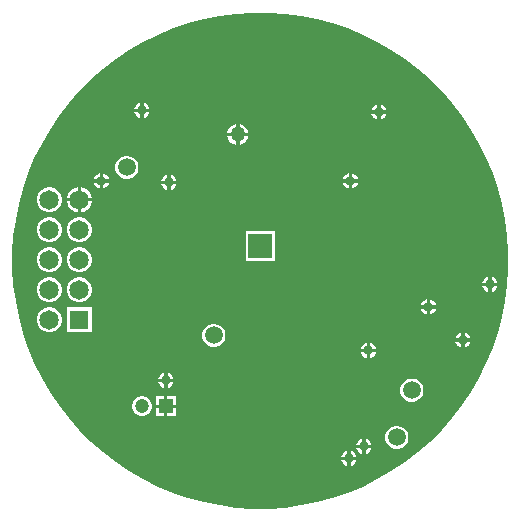
<source format=gbl>
G04*
G04 #@! TF.GenerationSoftware,Altium Limited,Altium Designer,23.4.1 (23)*
G04*
G04 Layer_Physical_Order=2*
G04 Layer_Color=16711680*
%FSLAX44Y44*%
%MOMM*%
G71*
G04*
G04 #@! TF.SameCoordinates,578947FD-33E4-429F-A021-2FF82048D882*
G04*
G04*
G04 #@! TF.FilePolarity,Positive*
G04*
G01*
G75*
%ADD43C,1.5000*%
%ADD44R,1.2000X1.2000*%
%ADD45C,1.2000*%
%ADD46C,1.6500*%
%ADD47R,1.6500X1.6500*%
%ADD48C,0.8000*%
%ADD49C,1.2700*%
%ADD50R,2.0000X2.0000*%
G36*
X237865Y409591D02*
X251496Y407796D01*
X264982Y405114D01*
X278262Y401555D01*
X291282Y397136D01*
X303985Y391874D01*
X316316Y385793D01*
X328224Y378918D01*
X339656Y371279D01*
X350564Y362909D01*
X360901Y353844D01*
X370624Y344121D01*
X379689Y333784D01*
X388059Y322876D01*
X395698Y311444D01*
X402573Y299536D01*
X408654Y287205D01*
X413915Y274502D01*
X418335Y261483D01*
X421894Y248202D01*
X424576Y234716D01*
X426371Y221085D01*
X427270Y207365D01*
Y200490D01*
Y193615D01*
X426371Y179895D01*
X424576Y166264D01*
X421894Y152778D01*
X418335Y139498D01*
X413915Y126478D01*
X408654Y113775D01*
X402573Y101444D01*
X395698Y89536D01*
X388059Y78104D01*
X379689Y67196D01*
X370624Y56859D01*
X360901Y47136D01*
X350564Y38071D01*
X339656Y29701D01*
X328224Y22062D01*
X316316Y15187D01*
X303985Y9106D01*
X291282Y3844D01*
X278262Y-575D01*
X264982Y-4134D01*
X251496Y-6816D01*
X237865Y-8611D01*
X224145Y-9510D01*
X210395D01*
X196675Y-8611D01*
X183044Y-6816D01*
X169558Y-4134D01*
X156278Y-575D01*
X143258Y3844D01*
X130555Y9106D01*
X118224Y15187D01*
X106316Y22062D01*
X94884Y29701D01*
X83976Y38071D01*
X73639Y47136D01*
X63916Y56859D01*
X54851Y67196D01*
X46481Y78104D01*
X38842Y89536D01*
X31967Y101444D01*
X25886Y113775D01*
X20624Y126478D01*
X16205Y139498D01*
X12646Y152778D01*
X9964Y166264D01*
X8169Y179895D01*
X7270Y193615D01*
Y200490D01*
Y207365D01*
X8169Y221085D01*
X9964Y234716D01*
X12646Y248202D01*
X16205Y261483D01*
X20624Y274502D01*
X25886Y287205D01*
X31967Y299536D01*
X38842Y311444D01*
X46481Y322876D01*
X54851Y333784D01*
X63916Y344121D01*
X73639Y353844D01*
X83976Y362909D01*
X94884Y371279D01*
X106316Y378918D01*
X118224Y385793D01*
X130555Y391874D01*
X143258Y397136D01*
X156278Y401555D01*
X169558Y405114D01*
X183044Y407796D01*
X196675Y409591D01*
X210395Y410490D01*
X224145D01*
X237865Y409591D01*
D02*
G37*
%LPC*%
G36*
X118340Y334029D02*
Y329160D01*
X123209D01*
X122934Y330184D01*
X122073Y331676D01*
X120856Y332893D01*
X119364Y333754D01*
X118340Y334029D01*
D02*
G37*
G36*
X115340D02*
X114316Y333754D01*
X112824Y332893D01*
X111607Y331676D01*
X110746Y330184D01*
X110471Y329160D01*
X115340D01*
Y334029D01*
D02*
G37*
G36*
X319000Y332759D02*
Y327890D01*
X323869D01*
X323594Y328914D01*
X322733Y330406D01*
X321516Y331623D01*
X320024Y332484D01*
X319000Y332759D01*
D02*
G37*
G36*
X316000D02*
X314976Y332484D01*
X313484Y331623D01*
X312267Y330406D01*
X311406Y328914D01*
X311131Y327890D01*
X316000D01*
Y332759D01*
D02*
G37*
G36*
X123209Y326160D02*
X118340D01*
Y321291D01*
X119364Y321566D01*
X120856Y322427D01*
X122073Y323644D01*
X122934Y325136D01*
X123209Y326160D01*
D02*
G37*
G36*
X115340D02*
X110471D01*
X110746Y325136D01*
X111607Y323644D01*
X112824Y322427D01*
X114316Y321566D01*
X115340Y321291D01*
Y326160D01*
D02*
G37*
G36*
X323869Y324890D02*
X319000D01*
Y320021D01*
X320024Y320296D01*
X321516Y321157D01*
X322733Y322374D01*
X323594Y323866D01*
X323869Y324890D01*
D02*
G37*
G36*
X316000D02*
X311131D01*
X311406Y323866D01*
X312267Y322374D01*
X313484Y321157D01*
X314976Y320296D01*
X316000Y320021D01*
Y324890D01*
D02*
G37*
G36*
X199620Y316142D02*
Y308840D01*
X206922D01*
X206404Y310771D01*
X205234Y312799D01*
X203579Y314454D01*
X201551Y315624D01*
X199620Y316142D01*
D02*
G37*
G36*
X196620D02*
X194689Y315624D01*
X192661Y314454D01*
X191006Y312799D01*
X189836Y310771D01*
X189318Y308840D01*
X196620D01*
Y316142D01*
D02*
G37*
G36*
X206922Y305840D02*
X199620D01*
Y298538D01*
X201551Y299056D01*
X203579Y300226D01*
X205234Y301881D01*
X206404Y303909D01*
X206922Y305840D01*
D02*
G37*
G36*
X196620D02*
X189318D01*
X189836Y303909D01*
X191006Y301881D01*
X192661Y300226D01*
X194689Y299056D01*
X196620Y298538D01*
Y305840D01*
D02*
G37*
G36*
X105430Y289200D02*
X102850D01*
X100357Y288532D01*
X98123Y287242D01*
X96298Y285417D01*
X95008Y283183D01*
X94340Y280690D01*
Y278110D01*
X95008Y275617D01*
X96298Y273383D01*
X98123Y271558D01*
X100357Y270268D01*
X102850Y269600D01*
X105430D01*
X107923Y270268D01*
X110157Y271558D01*
X111982Y273383D01*
X113272Y275617D01*
X113940Y278110D01*
Y280690D01*
X113272Y283183D01*
X111982Y285417D01*
X110157Y287242D01*
X107923Y288532D01*
X105430Y289200D01*
D02*
G37*
G36*
X294870Y274339D02*
Y269470D01*
X299739D01*
X299464Y270494D01*
X298603Y271986D01*
X297386Y273203D01*
X295894Y274064D01*
X294870Y274339D01*
D02*
G37*
G36*
X291870D02*
X290846Y274064D01*
X289354Y273203D01*
X288137Y271986D01*
X287276Y270494D01*
X287001Y269470D01*
X291870D01*
Y274339D01*
D02*
G37*
G36*
X84050D02*
Y269470D01*
X88919D01*
X88644Y270494D01*
X87783Y271986D01*
X86566Y273203D01*
X85074Y274064D01*
X84050Y274339D01*
D02*
G37*
G36*
X81050D02*
X80026Y274064D01*
X78534Y273203D01*
X77317Y271986D01*
X76456Y270494D01*
X76181Y269470D01*
X81050D01*
Y274339D01*
D02*
G37*
G36*
X141200Y273069D02*
Y268200D01*
X146069D01*
X145794Y269224D01*
X144933Y270716D01*
X143716Y271933D01*
X142224Y272794D01*
X141200Y273069D01*
D02*
G37*
G36*
X138200D02*
X137176Y272794D01*
X135684Y271933D01*
X134467Y270716D01*
X133606Y269224D01*
X133331Y268200D01*
X138200D01*
Y273069D01*
D02*
G37*
G36*
X299739Y266470D02*
X294870D01*
Y261601D01*
X295894Y261876D01*
X297386Y262737D01*
X298603Y263954D01*
X299464Y265446D01*
X299739Y266470D01*
D02*
G37*
G36*
X291870D02*
X287001D01*
X287276Y265446D01*
X288137Y263954D01*
X289354Y262737D01*
X290846Y261876D01*
X291870Y261601D01*
Y266470D01*
D02*
G37*
G36*
X88919D02*
X84050D01*
Y261601D01*
X85074Y261876D01*
X86566Y262737D01*
X87783Y263954D01*
X88644Y265446D01*
X88919Y266470D01*
D02*
G37*
G36*
X81050D02*
X76181D01*
X76456Y265446D01*
X77317Y263954D01*
X78534Y262737D01*
X80026Y261876D01*
X81050Y261601D01*
Y266470D01*
D02*
G37*
G36*
X146069Y265200D02*
X141200D01*
Y260331D01*
X142224Y260606D01*
X143716Y261467D01*
X144933Y262684D01*
X145794Y264176D01*
X146069Y265200D01*
D02*
G37*
G36*
X138200D02*
X133331D01*
X133606Y264176D01*
X134467Y262684D01*
X135684Y261467D01*
X137176Y260606D01*
X138200Y260331D01*
Y265200D01*
D02*
G37*
G36*
X65520Y262789D02*
Y253520D01*
X74789D01*
X74075Y256185D01*
X72654Y258645D01*
X70645Y260654D01*
X68185Y262075D01*
X65520Y262789D01*
D02*
G37*
G36*
X62520D02*
X59855Y262075D01*
X57395Y260654D01*
X55386Y258645D01*
X53965Y256185D01*
X53251Y253520D01*
X62520D01*
Y262789D01*
D02*
G37*
G36*
X40009Y262570D02*
X37231D01*
X34548Y261851D01*
X32142Y260462D01*
X30178Y258498D01*
X28789Y256092D01*
X28070Y253409D01*
Y250631D01*
X28789Y247948D01*
X30178Y245542D01*
X32142Y243578D01*
X34548Y242189D01*
X37231Y241470D01*
X40009D01*
X42692Y242189D01*
X45098Y243578D01*
X47062Y245542D01*
X48451Y247948D01*
X49170Y250631D01*
Y253409D01*
X48451Y256092D01*
X47062Y258498D01*
X45098Y260462D01*
X42692Y261851D01*
X40009Y262570D01*
D02*
G37*
G36*
X74789Y250520D02*
X65520D01*
Y241251D01*
X68185Y241965D01*
X70645Y243386D01*
X72654Y245395D01*
X74075Y247855D01*
X74789Y250520D01*
D02*
G37*
G36*
X62520D02*
X53251D01*
X53965Y247855D01*
X55386Y245395D01*
X57395Y243386D01*
X59855Y241965D01*
X62520Y241251D01*
Y250520D01*
D02*
G37*
G36*
X65409Y237170D02*
X62631D01*
X59948Y236451D01*
X57542Y235062D01*
X55578Y233098D01*
X54189Y230692D01*
X53470Y228009D01*
Y225231D01*
X54189Y222548D01*
X55578Y220142D01*
X57542Y218178D01*
X59948Y216789D01*
X62631Y216070D01*
X65409D01*
X68092Y216789D01*
X70498Y218178D01*
X72462Y220142D01*
X73851Y222548D01*
X74570Y225231D01*
Y228009D01*
X73851Y230692D01*
X72462Y233098D01*
X70498Y235062D01*
X68092Y236451D01*
X65409Y237170D01*
D02*
G37*
G36*
X40009D02*
X37231D01*
X34548Y236451D01*
X32142Y235062D01*
X30178Y233098D01*
X28789Y230692D01*
X28070Y228009D01*
Y225231D01*
X28789Y222548D01*
X30178Y220142D01*
X32142Y218178D01*
X34548Y216789D01*
X37231Y216070D01*
X40009D01*
X42692Y216789D01*
X45098Y218178D01*
X47062Y220142D01*
X48451Y222548D01*
X49170Y225231D01*
Y228009D01*
X48451Y230692D01*
X47062Y233098D01*
X45098Y235062D01*
X42692Y236451D01*
X40009Y237170D01*
D02*
G37*
G36*
X229463Y225100D02*
X204863D01*
Y200500D01*
X229463D01*
Y225100D01*
D02*
G37*
G36*
X65409Y211770D02*
X62631D01*
X59948Y211051D01*
X57542Y209662D01*
X55578Y207698D01*
X54189Y205292D01*
X53470Y202609D01*
Y199831D01*
X54189Y197148D01*
X55578Y194742D01*
X57542Y192778D01*
X59948Y191389D01*
X62631Y190670D01*
X65409D01*
X68092Y191389D01*
X70498Y192778D01*
X72462Y194742D01*
X73851Y197148D01*
X74570Y199831D01*
Y202609D01*
X73851Y205292D01*
X72462Y207698D01*
X70498Y209662D01*
X68092Y211051D01*
X65409Y211770D01*
D02*
G37*
G36*
X40009D02*
X37231D01*
X34548Y211051D01*
X32142Y209662D01*
X30178Y207698D01*
X28789Y205292D01*
X28070Y202609D01*
Y199831D01*
X28789Y197148D01*
X30178Y194742D01*
X32142Y192778D01*
X34548Y191389D01*
X37231Y190670D01*
X40009D01*
X42692Y191389D01*
X45098Y192778D01*
X47062Y194742D01*
X48451Y197148D01*
X49170Y199831D01*
Y202609D01*
X48451Y205292D01*
X47062Y207698D01*
X45098Y209662D01*
X42692Y211051D01*
X40009Y211770D01*
D02*
G37*
G36*
X412980Y186709D02*
Y181840D01*
X417849D01*
X417574Y182864D01*
X416713Y184356D01*
X415496Y185573D01*
X414004Y186434D01*
X412980Y186709D01*
D02*
G37*
G36*
X409980D02*
X408956Y186434D01*
X407464Y185573D01*
X406247Y184356D01*
X405386Y182864D01*
X405111Y181840D01*
X409980D01*
Y186709D01*
D02*
G37*
G36*
X417849Y178840D02*
X412980D01*
Y173971D01*
X414004Y174246D01*
X415496Y175107D01*
X416713Y176324D01*
X417574Y177816D01*
X417849Y178840D01*
D02*
G37*
G36*
X409980D02*
X405111D01*
X405386Y177816D01*
X406247Y176324D01*
X407464Y175107D01*
X408956Y174246D01*
X409980Y173971D01*
Y178840D01*
D02*
G37*
G36*
X65409Y186370D02*
X62631D01*
X59948Y185651D01*
X57542Y184262D01*
X55578Y182298D01*
X54189Y179892D01*
X53470Y177209D01*
Y174431D01*
X54189Y171748D01*
X55578Y169342D01*
X57542Y167378D01*
X59948Y165989D01*
X62631Y165270D01*
X65409D01*
X68092Y165989D01*
X70498Y167378D01*
X72462Y169342D01*
X73851Y171748D01*
X74570Y174431D01*
Y177209D01*
X73851Y179892D01*
X72462Y182298D01*
X70498Y184262D01*
X68092Y185651D01*
X65409Y186370D01*
D02*
G37*
G36*
X40009D02*
X37231D01*
X34548Y185651D01*
X32142Y184262D01*
X30178Y182298D01*
X28789Y179892D01*
X28070Y177209D01*
Y174431D01*
X28789Y171748D01*
X30178Y169342D01*
X32142Y167378D01*
X34548Y165989D01*
X37231Y165270D01*
X40009D01*
X42692Y165989D01*
X45098Y167378D01*
X47062Y169342D01*
X48451Y171748D01*
X49170Y174431D01*
Y177209D01*
X48451Y179892D01*
X47062Y182298D01*
X45098Y184262D01*
X42692Y185651D01*
X40009Y186370D01*
D02*
G37*
G36*
X360910Y167659D02*
Y162790D01*
X365779D01*
X365504Y163814D01*
X364643Y165306D01*
X363426Y166523D01*
X361934Y167384D01*
X360910Y167659D01*
D02*
G37*
G36*
X357910D02*
X356886Y167384D01*
X355394Y166523D01*
X354177Y165306D01*
X353316Y163814D01*
X353041Y162790D01*
X357910D01*
Y167659D01*
D02*
G37*
G36*
X365779Y159790D02*
X360910D01*
Y154921D01*
X361934Y155196D01*
X363426Y156057D01*
X364643Y157274D01*
X365504Y158766D01*
X365779Y159790D01*
D02*
G37*
G36*
X357910D02*
X353041D01*
X353316Y158766D01*
X354177Y157274D01*
X355394Y156057D01*
X356886Y155196D01*
X357910Y154921D01*
Y159790D01*
D02*
G37*
G36*
X74570Y160970D02*
X53470D01*
Y139870D01*
X74570D01*
Y160970D01*
D02*
G37*
G36*
X40009D02*
X37231D01*
X34548Y160251D01*
X32142Y158862D01*
X30178Y156898D01*
X28789Y154492D01*
X28070Y151809D01*
Y149031D01*
X28789Y146348D01*
X30178Y143942D01*
X32142Y141978D01*
X34548Y140589D01*
X37231Y139870D01*
X40009D01*
X42692Y140589D01*
X45098Y141978D01*
X47062Y143942D01*
X48451Y146348D01*
X49170Y149031D01*
Y151809D01*
X48451Y154492D01*
X47062Y156898D01*
X45098Y158862D01*
X42692Y160251D01*
X40009Y160970D01*
D02*
G37*
G36*
X390120Y139719D02*
Y134850D01*
X394989D01*
X394714Y135874D01*
X393853Y137366D01*
X392636Y138583D01*
X391144Y139444D01*
X390120Y139719D01*
D02*
G37*
G36*
X387120D02*
X386096Y139444D01*
X384604Y138583D01*
X383387Y137366D01*
X382526Y135874D01*
X382251Y134850D01*
X387120D01*
Y139719D01*
D02*
G37*
G36*
X179090Y146960D02*
X176510D01*
X174017Y146292D01*
X171783Y145002D01*
X169958Y143177D01*
X168668Y140943D01*
X168000Y138450D01*
Y135870D01*
X168668Y133377D01*
X169958Y131143D01*
X171783Y129318D01*
X174017Y128028D01*
X176510Y127360D01*
X179090D01*
X181583Y128028D01*
X183817Y129318D01*
X185642Y131143D01*
X186932Y133377D01*
X187600Y135870D01*
Y138450D01*
X186932Y140943D01*
X185642Y143177D01*
X183817Y145002D01*
X181583Y146292D01*
X179090Y146960D01*
D02*
G37*
G36*
X394989Y131850D02*
X390120D01*
Y126981D01*
X391144Y127256D01*
X392636Y128117D01*
X393853Y129334D01*
X394714Y130826D01*
X394989Y131850D01*
D02*
G37*
G36*
X387120D02*
X382251D01*
X382526Y130826D01*
X383387Y129334D01*
X384604Y128117D01*
X386096Y127256D01*
X387120Y126981D01*
Y131850D01*
D02*
G37*
G36*
X310110Y130829D02*
Y125960D01*
X314979D01*
X314704Y126984D01*
X313843Y128476D01*
X312626Y129693D01*
X311134Y130554D01*
X310110Y130829D01*
D02*
G37*
G36*
X307110D02*
X306086Y130554D01*
X304594Y129693D01*
X303377Y128476D01*
X302516Y126984D01*
X302241Y125960D01*
X307110D01*
Y130829D01*
D02*
G37*
G36*
X314979Y122960D02*
X310110D01*
Y118091D01*
X311134Y118366D01*
X312626Y119227D01*
X313843Y120444D01*
X314704Y121936D01*
X314979Y122960D01*
D02*
G37*
G36*
X307110D02*
X302241D01*
X302516Y121936D01*
X303377Y120444D01*
X304594Y119227D01*
X306086Y118366D01*
X307110Y118091D01*
Y122960D01*
D02*
G37*
G36*
X138660Y105429D02*
Y100560D01*
X143529D01*
X143254Y101584D01*
X142393Y103076D01*
X141176Y104293D01*
X139684Y105154D01*
X138660Y105429D01*
D02*
G37*
G36*
X135660D02*
X134636Y105154D01*
X133144Y104293D01*
X131927Y103076D01*
X131066Y101584D01*
X130791Y100560D01*
X135660D01*
Y105429D01*
D02*
G37*
G36*
X143529Y97560D02*
X138660D01*
Y92691D01*
X139684Y92966D01*
X141176Y93827D01*
X142393Y95044D01*
X143254Y96536D01*
X143529Y97560D01*
D02*
G37*
G36*
X135660D02*
X130791D01*
X131066Y96536D01*
X131927Y95044D01*
X133144Y93827D01*
X134636Y92966D01*
X135660Y92691D01*
Y97560D01*
D02*
G37*
G36*
X346730Y100503D02*
X344150D01*
X341657Y99835D01*
X339423Y98545D01*
X337598Y96720D01*
X336308Y94485D01*
X335640Y91993D01*
Y89412D01*
X336308Y86920D01*
X337598Y84685D01*
X339423Y82861D01*
X341657Y81571D01*
X344150Y80903D01*
X346730D01*
X349223Y81571D01*
X351457Y82861D01*
X353282Y84685D01*
X354572Y86920D01*
X355240Y89412D01*
Y91993D01*
X354572Y94485D01*
X353282Y96720D01*
X351457Y98545D01*
X349223Y99835D01*
X346730Y100503D01*
D02*
G37*
G36*
X145540Y85640D02*
X138500D01*
Y78600D01*
X145540D01*
Y85640D01*
D02*
G37*
G36*
X135500D02*
X128460D01*
Y78600D01*
X135500D01*
Y85640D01*
D02*
G37*
G36*
X118093Y85400D02*
X115907D01*
X113796Y84834D01*
X111904Y83742D01*
X110358Y82196D01*
X109266Y80304D01*
X108700Y78193D01*
Y76007D01*
X109266Y73896D01*
X110358Y72004D01*
X111904Y70458D01*
X113796Y69366D01*
X115907Y68800D01*
X118093D01*
X120204Y69366D01*
X122096Y70458D01*
X123642Y72004D01*
X124734Y73896D01*
X125300Y76007D01*
Y78193D01*
X124734Y80304D01*
X123642Y82196D01*
X122096Y83742D01*
X120204Y84834D01*
X118093Y85400D01*
D02*
G37*
G36*
X145540Y75600D02*
X138500D01*
Y68560D01*
X145540D01*
Y75600D01*
D02*
G37*
G36*
X135500D02*
X128460D01*
Y68560D01*
X135500D01*
Y75600D01*
D02*
G37*
G36*
X306300Y49549D02*
Y44680D01*
X311169D01*
X310894Y45704D01*
X310033Y47196D01*
X308816Y48413D01*
X307324Y49274D01*
X306300Y49549D01*
D02*
G37*
G36*
X303300D02*
X302276Y49274D01*
X300784Y48413D01*
X299567Y47196D01*
X298706Y45704D01*
X298431Y44680D01*
X303300D01*
Y49549D01*
D02*
G37*
G36*
X334030Y60600D02*
X331450D01*
X328957Y59932D01*
X326723Y58642D01*
X324898Y56817D01*
X323608Y54583D01*
X322940Y52090D01*
Y49510D01*
X323608Y47017D01*
X324898Y44783D01*
X326723Y42958D01*
X328957Y41668D01*
X331450Y41000D01*
X334030D01*
X336523Y41668D01*
X338757Y42958D01*
X340582Y44783D01*
X341872Y47017D01*
X342540Y49510D01*
Y52090D01*
X341872Y54583D01*
X340582Y56817D01*
X338757Y58642D01*
X336523Y59932D01*
X334030Y60600D01*
D02*
G37*
G36*
X311169Y41680D02*
X306300D01*
Y36811D01*
X307324Y37086D01*
X308816Y37947D01*
X310033Y39164D01*
X310894Y40656D01*
X311169Y41680D01*
D02*
G37*
G36*
X303300D02*
X298431D01*
X298706Y40656D01*
X299567Y39164D01*
X300784Y37947D01*
X302276Y37086D01*
X303300Y36811D01*
Y41680D01*
D02*
G37*
G36*
X293600Y39389D02*
Y34520D01*
X298469D01*
X298194Y35544D01*
X297333Y37036D01*
X296116Y38253D01*
X294624Y39114D01*
X293600Y39389D01*
D02*
G37*
G36*
X290600D02*
X289576Y39114D01*
X288084Y38253D01*
X286867Y37036D01*
X286006Y35544D01*
X285731Y34520D01*
X290600D01*
Y39389D01*
D02*
G37*
G36*
X298469Y31520D02*
X293600D01*
Y26651D01*
X294624Y26926D01*
X296116Y27787D01*
X297333Y29004D01*
X298194Y30496D01*
X298469Y31520D01*
D02*
G37*
G36*
X290600D02*
X285731D01*
X286006Y30496D01*
X286867Y29004D01*
X288084Y27787D01*
X289576Y26926D01*
X290600Y26651D01*
Y31520D01*
D02*
G37*
%LPD*%
D43*
X345440Y90703D02*
D03*
X104140Y279400D02*
D03*
X177800Y137160D02*
D03*
X332740Y50800D02*
D03*
D44*
X137000Y77100D02*
D03*
D45*
X117000D02*
D03*
D46*
X38620Y175820D02*
D03*
X64020D02*
D03*
X38620Y150420D02*
D03*
X64020Y201220D02*
D03*
X38620D02*
D03*
X64020Y226620D02*
D03*
Y252020D02*
D03*
X38620Y226620D02*
D03*
Y252020D02*
D03*
D47*
X64020Y150420D02*
D03*
D48*
X411480Y180340D02*
D03*
X388620Y133350D02*
D03*
X359410Y161290D02*
D03*
X293370Y267970D02*
D03*
X317500Y326390D02*
D03*
X116840Y327660D02*
D03*
X139700Y266700D02*
D03*
X82550Y267970D02*
D03*
X137160Y99060D02*
D03*
X308610Y124460D02*
D03*
X304800Y43180D02*
D03*
X292100Y33020D02*
D03*
D49*
X198120Y307340D02*
D03*
X217163Y212800D02*
D03*
D50*
D03*
M02*

</source>
